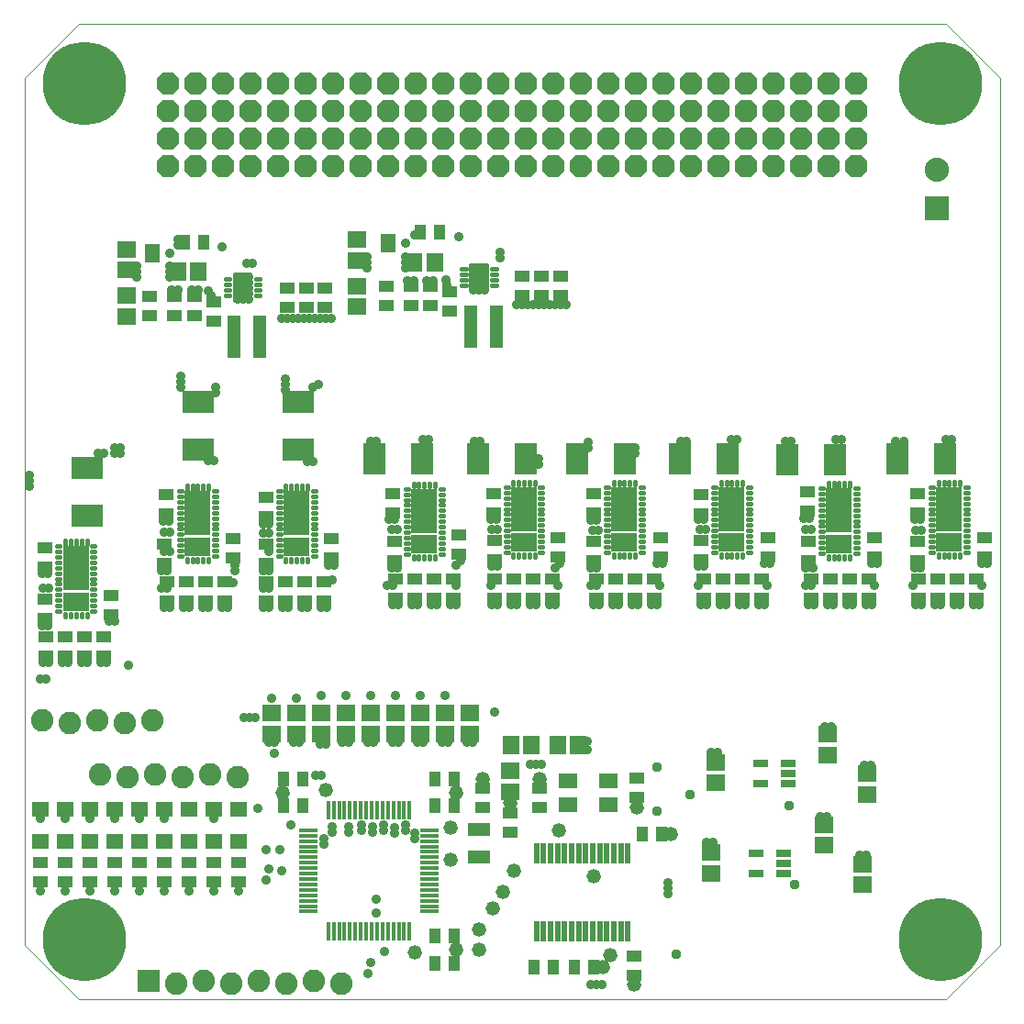
<source format=gts>
G75*
%MOIN*%
%OFA0B0*%
%FSLAX25Y25*%
%IPPOS*%
%LPD*%
%AMOC8*
5,1,8,0,0,1.08239X$1,22.5*
%
%ADD10OC8,0.08200*%
%ADD11R,0.05524X0.03950*%
%ADD12R,0.11430X0.07887*%
%ADD13C,0.01745*%
%ADD14R,0.09658X0.06761*%
%ADD15R,0.09658X0.15902*%
%ADD16R,0.07887X0.11430*%
%ADD17R,0.05918X0.06706*%
%ADD18R,0.04600X0.15400*%
%ADD19C,0.00568*%
%ADD20R,0.01784X0.06902*%
%ADD21R,0.06902X0.01784*%
%ADD22R,0.02375X0.07690*%
%ADD23R,0.07887X0.04737*%
%ADD24R,0.03950X0.05524*%
%ADD25C,0.05200*%
%ADD26R,0.07099X0.05721*%
%ADD27R,0.04737X0.01784*%
%ADD28R,0.01784X0.04737*%
%ADD29R,0.08200X0.08200*%
%ADD30C,0.08200*%
%ADD31R,0.06706X0.05918*%
%ADD32R,0.05524X0.02965*%
%ADD33R,0.05800X0.03300*%
%ADD34R,0.08800X0.08800*%
%ADD35C,0.08800*%
%ADD36R,0.06312X0.05524*%
%ADD37C,0.00000*%
%ADD38C,0.30328*%
%ADD39C,0.03581*%
%ADD40C,0.03778*%
D10*
X0063100Y0314178D03*
X0073100Y0314178D03*
X0083100Y0314178D03*
X0093100Y0314178D03*
X0103100Y0314178D03*
X0113100Y0314178D03*
X0123100Y0314178D03*
X0133100Y0314178D03*
X0143100Y0314178D03*
X0153100Y0314178D03*
X0163100Y0314178D03*
X0173100Y0314178D03*
X0183100Y0314178D03*
X0193100Y0314178D03*
X0203100Y0314178D03*
X0213100Y0314178D03*
X0223100Y0314178D03*
X0233100Y0314178D03*
X0243100Y0314178D03*
X0253100Y0314178D03*
X0263100Y0314178D03*
X0273100Y0314178D03*
X0283100Y0314178D03*
X0293100Y0314178D03*
X0303100Y0314178D03*
X0313100Y0314178D03*
X0313100Y0324178D03*
X0303100Y0324178D03*
X0303100Y0334178D03*
X0313100Y0334178D03*
X0313100Y0344178D03*
X0303100Y0344178D03*
X0293100Y0344178D03*
X0293100Y0334178D03*
X0293100Y0324178D03*
X0283100Y0324178D03*
X0273100Y0324178D03*
X0273100Y0334178D03*
X0283100Y0334178D03*
X0283100Y0344178D03*
X0273100Y0344178D03*
X0263100Y0344178D03*
X0253100Y0344178D03*
X0253100Y0334178D03*
X0253100Y0324178D03*
X0263100Y0324178D03*
X0263100Y0334178D03*
X0243100Y0334178D03*
X0243100Y0324178D03*
X0233100Y0324178D03*
X0223100Y0324178D03*
X0223100Y0334178D03*
X0233100Y0334178D03*
X0233100Y0344178D03*
X0223100Y0344178D03*
X0213100Y0344178D03*
X0203100Y0344178D03*
X0203100Y0334178D03*
X0203100Y0324178D03*
X0213100Y0324178D03*
X0213100Y0334178D03*
X0193100Y0334178D03*
X0193100Y0324178D03*
X0183100Y0324178D03*
X0173100Y0324178D03*
X0173100Y0334178D03*
X0183100Y0334178D03*
X0183100Y0344178D03*
X0173100Y0344178D03*
X0163100Y0344178D03*
X0163100Y0334178D03*
X0163100Y0324178D03*
X0153100Y0324178D03*
X0143100Y0324178D03*
X0143100Y0334178D03*
X0153100Y0334178D03*
X0153100Y0344178D03*
X0143100Y0344178D03*
X0133100Y0344178D03*
X0123100Y0344178D03*
X0123100Y0334178D03*
X0123100Y0324178D03*
X0133100Y0324178D03*
X0133100Y0334178D03*
X0113100Y0334178D03*
X0113100Y0324178D03*
X0103100Y0324178D03*
X0093100Y0324178D03*
X0093100Y0334178D03*
X0103100Y0334178D03*
X0103100Y0344178D03*
X0093100Y0344178D03*
X0083100Y0344178D03*
X0073100Y0344178D03*
X0073100Y0334178D03*
X0073100Y0324178D03*
X0083100Y0324178D03*
X0083100Y0334178D03*
X0063100Y0334178D03*
X0063100Y0324178D03*
X0063100Y0344178D03*
X0113100Y0344178D03*
X0193100Y0344178D03*
X0243100Y0344178D03*
D11*
X0205900Y0274410D03*
X0205900Y0267323D03*
X0198900Y0267323D03*
X0191900Y0267323D03*
X0191900Y0274410D03*
X0198900Y0274410D03*
X0165500Y0268610D03*
X0165500Y0261523D03*
X0158400Y0263523D03*
X0158400Y0270610D03*
X0151300Y0270610D03*
X0151300Y0263523D03*
X0142300Y0263523D03*
X0142300Y0270610D03*
X0120100Y0270010D03*
X0113300Y0270010D03*
X0106500Y0270010D03*
X0106500Y0262923D03*
X0113300Y0262923D03*
X0120100Y0262923D03*
X0079900Y0265010D03*
X0072800Y0267010D03*
X0072800Y0259923D03*
X0079900Y0257923D03*
X0065500Y0259923D03*
X0065500Y0267010D03*
X0056500Y0267010D03*
X0056500Y0259923D03*
X0062320Y0194915D03*
X0062320Y0187829D03*
X0061900Y0176910D03*
X0061900Y0169823D03*
X0062900Y0163410D03*
X0069900Y0163410D03*
X0076900Y0163410D03*
X0083900Y0163410D03*
X0083900Y0156323D03*
X0076900Y0156323D03*
X0069900Y0156323D03*
X0062900Y0156323D03*
X0042400Y0158410D03*
X0042400Y0151323D03*
X0039900Y0143410D03*
X0032900Y0143410D03*
X0025900Y0143410D03*
X0018900Y0143410D03*
X0018400Y0149823D03*
X0018400Y0156910D03*
X0018520Y0168629D03*
X0018520Y0175715D03*
X0018900Y0136323D03*
X0025900Y0136323D03*
X0032900Y0136323D03*
X0039900Y0136323D03*
X0086700Y0171823D03*
X0086700Y0178910D03*
X0098900Y0176910D03*
X0098900Y0169823D03*
X0098900Y0163410D03*
X0105900Y0163410D03*
X0112900Y0163410D03*
X0119900Y0163410D03*
X0119900Y0156323D03*
X0112900Y0156323D03*
X0105900Y0156323D03*
X0098900Y0156323D03*
X0122300Y0171823D03*
X0122300Y0178910D03*
X0145400Y0177910D03*
X0145400Y0170823D03*
X0145900Y0164410D03*
X0152900Y0164410D03*
X0159900Y0164410D03*
X0166900Y0164410D03*
X0166900Y0157323D03*
X0159900Y0157323D03*
X0152900Y0157323D03*
X0145900Y0157323D03*
X0168700Y0173323D03*
X0168700Y0180410D03*
X0181900Y0178410D03*
X0181900Y0171323D03*
X0181900Y0164410D03*
X0188900Y0164410D03*
X0195900Y0164410D03*
X0202900Y0164410D03*
X0202900Y0157323D03*
X0195900Y0157323D03*
X0188900Y0157323D03*
X0181900Y0157323D03*
X0204600Y0172323D03*
X0204600Y0179410D03*
X0217900Y0177910D03*
X0217900Y0170823D03*
X0218900Y0164410D03*
X0225900Y0164410D03*
X0232900Y0164410D03*
X0239900Y0164410D03*
X0239900Y0157323D03*
X0232900Y0157323D03*
X0225900Y0157323D03*
X0218900Y0157323D03*
X0242000Y0172323D03*
X0242000Y0179410D03*
X0256900Y0178410D03*
X0256900Y0171323D03*
X0257900Y0164410D03*
X0264900Y0164410D03*
X0271900Y0164410D03*
X0278900Y0164410D03*
X0278900Y0157323D03*
X0271900Y0157323D03*
X0264900Y0157323D03*
X0257900Y0157323D03*
X0281000Y0172323D03*
X0281000Y0179410D03*
X0295900Y0177910D03*
X0295900Y0170823D03*
X0296900Y0164410D03*
X0303900Y0164410D03*
X0310900Y0164410D03*
X0317900Y0164410D03*
X0317900Y0157323D03*
X0310900Y0157323D03*
X0303900Y0157323D03*
X0296900Y0157323D03*
X0319800Y0172323D03*
X0319800Y0179410D03*
X0335400Y0177910D03*
X0335400Y0170823D03*
X0335900Y0164410D03*
X0342900Y0164410D03*
X0349900Y0164410D03*
X0356900Y0164410D03*
X0356900Y0157323D03*
X0349900Y0157323D03*
X0342900Y0157323D03*
X0335900Y0157323D03*
X0359900Y0172323D03*
X0359900Y0179410D03*
X0335500Y0188323D03*
X0335500Y0195410D03*
X0295400Y0195910D03*
X0295400Y0188823D03*
X0256900Y0187823D03*
X0256900Y0194910D03*
X0217900Y0195410D03*
X0217900Y0188323D03*
X0181300Y0188323D03*
X0181300Y0195410D03*
X0144900Y0195410D03*
X0144900Y0188323D03*
X0098720Y0186829D03*
X0098720Y0193915D03*
X0177439Y0088306D03*
X0177439Y0081219D03*
X0187281Y0079448D03*
X0187281Y0072361D03*
X0198108Y0081219D03*
X0198108Y0088306D03*
X0233541Y0084822D03*
X0233541Y0091908D03*
X0232557Y0027440D03*
X0232557Y0020353D03*
X0088900Y0054323D03*
X0088900Y0061410D03*
X0079900Y0061410D03*
X0079900Y0054323D03*
X0070900Y0054323D03*
X0070900Y0061410D03*
X0061900Y0061410D03*
X0061900Y0054323D03*
X0052900Y0054323D03*
X0052900Y0061410D03*
X0043900Y0061410D03*
X0043900Y0054323D03*
X0034900Y0054323D03*
X0034900Y0061410D03*
X0025900Y0061410D03*
X0025900Y0054323D03*
X0016900Y0054323D03*
X0016900Y0061410D03*
D12*
X0033700Y0187238D03*
X0033700Y0204561D03*
X0074100Y0211238D03*
X0074100Y0228561D03*
X0110500Y0228561D03*
X0110500Y0211238D03*
D13*
X0109800Y0198168D02*
X0109800Y0197144D01*
X0109800Y0198168D02*
X0109800Y0198168D01*
X0109800Y0197144D01*
X0109800Y0197144D01*
X0107831Y0197144D02*
X0107831Y0198168D01*
X0107831Y0198168D01*
X0107831Y0197144D01*
X0107831Y0197144D01*
X0105863Y0197144D02*
X0105863Y0198168D01*
X0105863Y0198168D01*
X0105863Y0197144D01*
X0105863Y0197144D01*
X0104013Y0196278D02*
X0102989Y0196278D01*
X0104013Y0196278D02*
X0104013Y0196278D01*
X0102989Y0196278D01*
X0102989Y0196278D01*
X0102989Y0194309D02*
X0104013Y0194309D01*
X0104013Y0194309D01*
X0102989Y0194309D01*
X0102989Y0194309D01*
X0102989Y0192341D02*
X0104013Y0192341D01*
X0104013Y0192341D01*
X0102989Y0192341D01*
X0102989Y0192341D01*
X0102989Y0190372D02*
X0104013Y0190372D01*
X0104013Y0190372D01*
X0102989Y0190372D01*
X0102989Y0190372D01*
X0102989Y0188404D02*
X0104013Y0188404D01*
X0104013Y0188404D01*
X0102989Y0188404D01*
X0102989Y0188404D01*
X0102989Y0186435D02*
X0104013Y0186435D01*
X0104013Y0186435D01*
X0102989Y0186435D01*
X0102989Y0186435D01*
X0102989Y0184467D02*
X0104013Y0184467D01*
X0104013Y0184467D01*
X0102989Y0184467D01*
X0102989Y0184467D01*
X0102989Y0182498D02*
X0104013Y0182498D01*
X0104013Y0182498D01*
X0102989Y0182498D01*
X0102989Y0182498D01*
X0102989Y0180530D02*
X0104013Y0180530D01*
X0104013Y0180530D01*
X0102989Y0180530D01*
X0102989Y0180530D01*
X0102989Y0178561D02*
X0104013Y0178561D01*
X0104013Y0178561D01*
X0102989Y0178561D01*
X0102989Y0178561D01*
X0102989Y0176593D02*
X0104013Y0176593D01*
X0104013Y0176593D01*
X0102989Y0176593D01*
X0102989Y0176593D01*
X0102989Y0174624D02*
X0104013Y0174624D01*
X0104013Y0174624D01*
X0102989Y0174624D01*
X0102989Y0174624D01*
X0102989Y0172656D02*
X0104013Y0172656D01*
X0104013Y0172656D01*
X0102989Y0172656D01*
X0102989Y0172656D01*
X0105863Y0171790D02*
X0105863Y0170766D01*
X0105863Y0170766D01*
X0105863Y0171790D01*
X0105863Y0171790D01*
X0107831Y0171790D02*
X0107831Y0170766D01*
X0107831Y0170766D01*
X0107831Y0171790D01*
X0107831Y0171790D01*
X0109800Y0171790D02*
X0109800Y0170766D01*
X0109800Y0170766D01*
X0109800Y0171790D01*
X0109800Y0171790D01*
X0111769Y0171790D02*
X0111769Y0170766D01*
X0111769Y0170766D01*
X0111769Y0171790D01*
X0111769Y0171790D01*
X0113737Y0171790D02*
X0113737Y0170766D01*
X0113737Y0170766D01*
X0113737Y0171790D01*
X0113737Y0171790D01*
X0115587Y0172656D02*
X0116611Y0172656D01*
X0115587Y0172656D02*
X0115587Y0172656D01*
X0116611Y0172656D01*
X0116611Y0172656D01*
X0116611Y0174624D02*
X0115587Y0174624D01*
X0115587Y0174624D01*
X0116611Y0174624D01*
X0116611Y0174624D01*
X0116611Y0176593D02*
X0115587Y0176593D01*
X0115587Y0176593D01*
X0116611Y0176593D01*
X0116611Y0176593D01*
X0116611Y0178561D02*
X0115587Y0178561D01*
X0115587Y0178561D01*
X0116611Y0178561D01*
X0116611Y0178561D01*
X0116611Y0180530D02*
X0115587Y0180530D01*
X0115587Y0180530D01*
X0116611Y0180530D01*
X0116611Y0180530D01*
X0116611Y0182498D02*
X0115587Y0182498D01*
X0115587Y0182498D01*
X0116611Y0182498D01*
X0116611Y0182498D01*
X0116611Y0184467D02*
X0115587Y0184467D01*
X0115587Y0184467D01*
X0116611Y0184467D01*
X0116611Y0184467D01*
X0116611Y0186435D02*
X0115587Y0186435D01*
X0115587Y0186435D01*
X0116611Y0186435D01*
X0116611Y0186435D01*
X0116611Y0188404D02*
X0115587Y0188404D01*
X0115587Y0188404D01*
X0116611Y0188404D01*
X0116611Y0188404D01*
X0116611Y0190372D02*
X0115587Y0190372D01*
X0115587Y0190372D01*
X0116611Y0190372D01*
X0116611Y0190372D01*
X0116611Y0192341D02*
X0115587Y0192341D01*
X0115587Y0192341D01*
X0116611Y0192341D01*
X0116611Y0192341D01*
X0116611Y0194309D02*
X0115587Y0194309D01*
X0115587Y0194309D01*
X0116611Y0194309D01*
X0116611Y0194309D01*
X0116611Y0196278D02*
X0115587Y0196278D01*
X0115587Y0196278D01*
X0116611Y0196278D01*
X0116611Y0196278D01*
X0113737Y0197144D02*
X0113737Y0198168D01*
X0113737Y0198168D01*
X0113737Y0197144D01*
X0113737Y0197144D01*
X0111769Y0197144D02*
X0111769Y0198168D01*
X0111769Y0198168D01*
X0111769Y0197144D01*
X0111769Y0197144D01*
X0080711Y0196278D02*
X0079687Y0196278D01*
X0079687Y0196278D01*
X0080711Y0196278D01*
X0080711Y0196278D01*
X0080711Y0194309D02*
X0079687Y0194309D01*
X0079687Y0194309D01*
X0080711Y0194309D01*
X0080711Y0194309D01*
X0080711Y0192341D02*
X0079687Y0192341D01*
X0079687Y0192341D01*
X0080711Y0192341D01*
X0080711Y0192341D01*
X0080711Y0190372D02*
X0079687Y0190372D01*
X0079687Y0190372D01*
X0080711Y0190372D01*
X0080711Y0190372D01*
X0080711Y0188404D02*
X0079687Y0188404D01*
X0079687Y0188404D01*
X0080711Y0188404D01*
X0080711Y0188404D01*
X0080711Y0186435D02*
X0079687Y0186435D01*
X0079687Y0186435D01*
X0080711Y0186435D01*
X0080711Y0186435D01*
X0080711Y0184467D02*
X0079687Y0184467D01*
X0079687Y0184467D01*
X0080711Y0184467D01*
X0080711Y0184467D01*
X0080711Y0182498D02*
X0079687Y0182498D01*
X0079687Y0182498D01*
X0080711Y0182498D01*
X0080711Y0182498D01*
X0080711Y0180530D02*
X0079687Y0180530D01*
X0079687Y0180530D01*
X0080711Y0180530D01*
X0080711Y0180530D01*
X0080711Y0178561D02*
X0079687Y0178561D01*
X0079687Y0178561D01*
X0080711Y0178561D01*
X0080711Y0178561D01*
X0080711Y0176593D02*
X0079687Y0176593D01*
X0079687Y0176593D01*
X0080711Y0176593D01*
X0080711Y0176593D01*
X0080711Y0174624D02*
X0079687Y0174624D01*
X0079687Y0174624D01*
X0080711Y0174624D01*
X0080711Y0174624D01*
X0080711Y0172656D02*
X0079687Y0172656D01*
X0079687Y0172656D01*
X0080711Y0172656D01*
X0080711Y0172656D01*
X0077837Y0171790D02*
X0077837Y0170766D01*
X0077837Y0170766D01*
X0077837Y0171790D01*
X0077837Y0171790D01*
X0075869Y0171790D02*
X0075869Y0170766D01*
X0075869Y0170766D01*
X0075869Y0171790D01*
X0075869Y0171790D01*
X0073900Y0171790D02*
X0073900Y0170766D01*
X0073900Y0170766D01*
X0073900Y0171790D01*
X0073900Y0171790D01*
X0071931Y0171790D02*
X0071931Y0170766D01*
X0071931Y0170766D01*
X0071931Y0171790D01*
X0071931Y0171790D01*
X0069963Y0171790D02*
X0069963Y0170766D01*
X0069963Y0170766D01*
X0069963Y0171790D01*
X0069963Y0171790D01*
X0068113Y0172656D02*
X0067089Y0172656D01*
X0068113Y0172656D02*
X0068113Y0172656D01*
X0067089Y0172656D01*
X0067089Y0172656D01*
X0067089Y0174624D02*
X0068113Y0174624D01*
X0068113Y0174624D01*
X0067089Y0174624D01*
X0067089Y0174624D01*
X0067089Y0176593D02*
X0068113Y0176593D01*
X0068113Y0176593D01*
X0067089Y0176593D01*
X0067089Y0176593D01*
X0067089Y0178561D02*
X0068113Y0178561D01*
X0068113Y0178561D01*
X0067089Y0178561D01*
X0067089Y0178561D01*
X0067089Y0180530D02*
X0068113Y0180530D01*
X0068113Y0180530D01*
X0067089Y0180530D01*
X0067089Y0180530D01*
X0067089Y0182498D02*
X0068113Y0182498D01*
X0068113Y0182498D01*
X0067089Y0182498D01*
X0067089Y0182498D01*
X0067089Y0184467D02*
X0068113Y0184467D01*
X0068113Y0184467D01*
X0067089Y0184467D01*
X0067089Y0184467D01*
X0067089Y0186435D02*
X0068113Y0186435D01*
X0068113Y0186435D01*
X0067089Y0186435D01*
X0067089Y0186435D01*
X0067089Y0188404D02*
X0068113Y0188404D01*
X0068113Y0188404D01*
X0067089Y0188404D01*
X0067089Y0188404D01*
X0067089Y0190372D02*
X0068113Y0190372D01*
X0068113Y0190372D01*
X0067089Y0190372D01*
X0067089Y0190372D01*
X0067089Y0192341D02*
X0068113Y0192341D01*
X0068113Y0192341D01*
X0067089Y0192341D01*
X0067089Y0192341D01*
X0067089Y0194309D02*
X0068113Y0194309D01*
X0068113Y0194309D01*
X0067089Y0194309D01*
X0067089Y0194309D01*
X0067089Y0196278D02*
X0068113Y0196278D01*
X0068113Y0196278D01*
X0067089Y0196278D01*
X0067089Y0196278D01*
X0069963Y0197144D02*
X0069963Y0198168D01*
X0069963Y0198168D01*
X0069963Y0197144D01*
X0069963Y0197144D01*
X0071931Y0197144D02*
X0071931Y0198168D01*
X0071931Y0198168D01*
X0071931Y0197144D01*
X0071931Y0197144D01*
X0073900Y0197144D02*
X0073900Y0198168D01*
X0073900Y0198168D01*
X0073900Y0197144D01*
X0073900Y0197144D01*
X0075869Y0197144D02*
X0075869Y0198168D01*
X0075869Y0198168D01*
X0075869Y0197144D01*
X0075869Y0197144D01*
X0077837Y0197144D02*
X0077837Y0198168D01*
X0077837Y0198168D01*
X0077837Y0197144D01*
X0077837Y0197144D01*
X0036511Y0176278D02*
X0035487Y0176278D01*
X0035487Y0176278D01*
X0036511Y0176278D01*
X0036511Y0176278D01*
X0036511Y0174309D02*
X0035487Y0174309D01*
X0035487Y0174309D01*
X0036511Y0174309D01*
X0036511Y0174309D01*
X0036511Y0172341D02*
X0035487Y0172341D01*
X0035487Y0172341D01*
X0036511Y0172341D01*
X0036511Y0172341D01*
X0036511Y0170372D02*
X0035487Y0170372D01*
X0035487Y0170372D01*
X0036511Y0170372D01*
X0036511Y0170372D01*
X0036511Y0168404D02*
X0035487Y0168404D01*
X0035487Y0168404D01*
X0036511Y0168404D01*
X0036511Y0168404D01*
X0036511Y0166435D02*
X0035487Y0166435D01*
X0035487Y0166435D01*
X0036511Y0166435D01*
X0036511Y0166435D01*
X0036511Y0164467D02*
X0035487Y0164467D01*
X0035487Y0164467D01*
X0036511Y0164467D01*
X0036511Y0164467D01*
X0036511Y0162498D02*
X0035487Y0162498D01*
X0035487Y0162498D01*
X0036511Y0162498D01*
X0036511Y0162498D01*
X0036511Y0160530D02*
X0035487Y0160530D01*
X0035487Y0160530D01*
X0036511Y0160530D01*
X0036511Y0160530D01*
X0036511Y0158561D02*
X0035487Y0158561D01*
X0035487Y0158561D01*
X0036511Y0158561D01*
X0036511Y0158561D01*
X0036511Y0156593D02*
X0035487Y0156593D01*
X0035487Y0156593D01*
X0036511Y0156593D01*
X0036511Y0156593D01*
X0036511Y0154624D02*
X0035487Y0154624D01*
X0035487Y0154624D01*
X0036511Y0154624D01*
X0036511Y0154624D01*
X0036511Y0152656D02*
X0035487Y0152656D01*
X0035487Y0152656D01*
X0036511Y0152656D01*
X0036511Y0152656D01*
X0033637Y0151790D02*
X0033637Y0150766D01*
X0033637Y0150766D01*
X0033637Y0151790D01*
X0033637Y0151790D01*
X0031669Y0151790D02*
X0031669Y0150766D01*
X0031669Y0150766D01*
X0031669Y0151790D01*
X0031669Y0151790D01*
X0029700Y0151790D02*
X0029700Y0150766D01*
X0029700Y0150766D01*
X0029700Y0151790D01*
X0029700Y0151790D01*
X0027731Y0151790D02*
X0027731Y0150766D01*
X0027731Y0150766D01*
X0027731Y0151790D01*
X0027731Y0151790D01*
X0025763Y0151790D02*
X0025763Y0150766D01*
X0025763Y0150766D01*
X0025763Y0151790D01*
X0025763Y0151790D01*
X0023913Y0152656D02*
X0022889Y0152656D01*
X0023913Y0152656D02*
X0023913Y0152656D01*
X0022889Y0152656D01*
X0022889Y0152656D01*
X0022889Y0154624D02*
X0023913Y0154624D01*
X0023913Y0154624D01*
X0022889Y0154624D01*
X0022889Y0154624D01*
X0022889Y0156593D02*
X0023913Y0156593D01*
X0023913Y0156593D01*
X0022889Y0156593D01*
X0022889Y0156593D01*
X0022889Y0158561D02*
X0023913Y0158561D01*
X0023913Y0158561D01*
X0022889Y0158561D01*
X0022889Y0158561D01*
X0022889Y0160530D02*
X0023913Y0160530D01*
X0023913Y0160530D01*
X0022889Y0160530D01*
X0022889Y0160530D01*
X0022889Y0162498D02*
X0023913Y0162498D01*
X0023913Y0162498D01*
X0022889Y0162498D01*
X0022889Y0162498D01*
X0022889Y0164467D02*
X0023913Y0164467D01*
X0023913Y0164467D01*
X0022889Y0164467D01*
X0022889Y0164467D01*
X0022889Y0166435D02*
X0023913Y0166435D01*
X0023913Y0166435D01*
X0022889Y0166435D01*
X0022889Y0166435D01*
X0022889Y0168404D02*
X0023913Y0168404D01*
X0023913Y0168404D01*
X0022889Y0168404D01*
X0022889Y0168404D01*
X0022889Y0170372D02*
X0023913Y0170372D01*
X0023913Y0170372D01*
X0022889Y0170372D01*
X0022889Y0170372D01*
X0022889Y0172341D02*
X0023913Y0172341D01*
X0023913Y0172341D01*
X0022889Y0172341D01*
X0022889Y0172341D01*
X0022889Y0174309D02*
X0023913Y0174309D01*
X0023913Y0174309D01*
X0022889Y0174309D01*
X0022889Y0174309D01*
X0022889Y0176278D02*
X0023913Y0176278D01*
X0023913Y0176278D01*
X0022889Y0176278D01*
X0022889Y0176278D01*
X0025763Y0177144D02*
X0025763Y0178168D01*
X0025763Y0178168D01*
X0025763Y0177144D01*
X0025763Y0177144D01*
X0027731Y0177144D02*
X0027731Y0178168D01*
X0027731Y0178168D01*
X0027731Y0177144D01*
X0027731Y0177144D01*
X0029700Y0177144D02*
X0029700Y0178168D01*
X0029700Y0178168D01*
X0029700Y0177144D01*
X0029700Y0177144D01*
X0031669Y0177144D02*
X0031669Y0178168D01*
X0031669Y0178168D01*
X0031669Y0177144D01*
X0031669Y0177144D01*
X0033637Y0177144D02*
X0033637Y0178168D01*
X0033637Y0178168D01*
X0033637Y0177144D01*
X0033637Y0177144D01*
X0084079Y0267314D02*
X0085497Y0267314D01*
X0085497Y0267314D01*
X0084079Y0267314D01*
X0084079Y0267314D01*
X0084079Y0269282D02*
X0085497Y0269282D01*
X0085497Y0269282D01*
X0084079Y0269282D01*
X0084079Y0269282D01*
X0084079Y0271251D02*
X0085497Y0271251D01*
X0085497Y0271251D01*
X0084079Y0271251D01*
X0084079Y0271251D01*
X0084079Y0273219D02*
X0085497Y0273219D01*
X0085497Y0273219D01*
X0084079Y0273219D01*
X0084079Y0273219D01*
X0095103Y0273219D02*
X0096521Y0273219D01*
X0095103Y0273219D02*
X0095103Y0273219D01*
X0096521Y0273219D01*
X0096521Y0273219D01*
X0096521Y0271251D02*
X0095103Y0271251D01*
X0095103Y0271251D01*
X0096521Y0271251D01*
X0096521Y0271251D01*
X0096521Y0269282D02*
X0095103Y0269282D01*
X0095103Y0269282D01*
X0096521Y0269282D01*
X0096521Y0269282D01*
X0096521Y0267314D02*
X0095103Y0267314D01*
X0095103Y0267314D01*
X0096521Y0267314D01*
X0096521Y0267314D01*
X0152263Y0198968D02*
X0152263Y0197944D01*
X0152263Y0198968D02*
X0152263Y0198968D01*
X0152263Y0197944D01*
X0152263Y0197944D01*
X0154231Y0197944D02*
X0154231Y0198968D01*
X0154231Y0198968D01*
X0154231Y0197944D01*
X0154231Y0197944D01*
X0156200Y0197944D02*
X0156200Y0198968D01*
X0156200Y0198968D01*
X0156200Y0197944D01*
X0156200Y0197944D01*
X0158169Y0197944D02*
X0158169Y0198968D01*
X0158169Y0198968D01*
X0158169Y0197944D01*
X0158169Y0197944D01*
X0160137Y0197944D02*
X0160137Y0198968D01*
X0160137Y0198968D01*
X0160137Y0197944D01*
X0160137Y0197944D01*
X0161987Y0197078D02*
X0163011Y0197078D01*
X0161987Y0197078D02*
X0161987Y0197078D01*
X0163011Y0197078D01*
X0163011Y0197078D01*
X0163011Y0195109D02*
X0161987Y0195109D01*
X0161987Y0195109D01*
X0163011Y0195109D01*
X0163011Y0195109D01*
X0163011Y0193141D02*
X0161987Y0193141D01*
X0161987Y0193141D01*
X0163011Y0193141D01*
X0163011Y0193141D01*
X0163011Y0191172D02*
X0161987Y0191172D01*
X0161987Y0191172D01*
X0163011Y0191172D01*
X0163011Y0191172D01*
X0163011Y0189204D02*
X0161987Y0189204D01*
X0161987Y0189204D01*
X0163011Y0189204D01*
X0163011Y0189204D01*
X0163011Y0187235D02*
X0161987Y0187235D01*
X0161987Y0187235D01*
X0163011Y0187235D01*
X0163011Y0187235D01*
X0163011Y0185267D02*
X0161987Y0185267D01*
X0161987Y0185267D01*
X0163011Y0185267D01*
X0163011Y0185267D01*
X0163011Y0183298D02*
X0161987Y0183298D01*
X0161987Y0183298D01*
X0163011Y0183298D01*
X0163011Y0183298D01*
X0163011Y0181330D02*
X0161987Y0181330D01*
X0161987Y0181330D01*
X0163011Y0181330D01*
X0163011Y0181330D01*
X0163011Y0179361D02*
X0161987Y0179361D01*
X0161987Y0179361D01*
X0163011Y0179361D01*
X0163011Y0179361D01*
X0163011Y0177393D02*
X0161987Y0177393D01*
X0161987Y0177393D01*
X0163011Y0177393D01*
X0163011Y0177393D01*
X0163011Y0175424D02*
X0161987Y0175424D01*
X0161987Y0175424D01*
X0163011Y0175424D01*
X0163011Y0175424D01*
X0163011Y0173456D02*
X0161987Y0173456D01*
X0161987Y0173456D01*
X0163011Y0173456D01*
X0163011Y0173456D01*
X0160137Y0172590D02*
X0160137Y0171566D01*
X0160137Y0171566D01*
X0160137Y0172590D01*
X0160137Y0172590D01*
X0158169Y0172590D02*
X0158169Y0171566D01*
X0158169Y0171566D01*
X0158169Y0172590D01*
X0158169Y0172590D01*
X0156200Y0172590D02*
X0156200Y0171566D01*
X0156200Y0171566D01*
X0156200Y0172590D01*
X0156200Y0172590D01*
X0154231Y0172590D02*
X0154231Y0171566D01*
X0154231Y0171566D01*
X0154231Y0172590D01*
X0154231Y0172590D01*
X0152263Y0172590D02*
X0152263Y0171566D01*
X0152263Y0171566D01*
X0152263Y0172590D01*
X0152263Y0172590D01*
X0150413Y0173456D02*
X0149389Y0173456D01*
X0150413Y0173456D02*
X0150413Y0173456D01*
X0149389Y0173456D01*
X0149389Y0173456D01*
X0149389Y0175424D02*
X0150413Y0175424D01*
X0150413Y0175424D01*
X0149389Y0175424D01*
X0149389Y0175424D01*
X0149389Y0177393D02*
X0150413Y0177393D01*
X0150413Y0177393D01*
X0149389Y0177393D01*
X0149389Y0177393D01*
X0149389Y0179361D02*
X0150413Y0179361D01*
X0150413Y0179361D01*
X0149389Y0179361D01*
X0149389Y0179361D01*
X0149389Y0181330D02*
X0150413Y0181330D01*
X0150413Y0181330D01*
X0149389Y0181330D01*
X0149389Y0181330D01*
X0149389Y0183298D02*
X0150413Y0183298D01*
X0150413Y0183298D01*
X0149389Y0183298D01*
X0149389Y0183298D01*
X0149389Y0185267D02*
X0150413Y0185267D01*
X0150413Y0185267D01*
X0149389Y0185267D01*
X0149389Y0185267D01*
X0149389Y0187235D02*
X0150413Y0187235D01*
X0150413Y0187235D01*
X0149389Y0187235D01*
X0149389Y0187235D01*
X0149389Y0189204D02*
X0150413Y0189204D01*
X0150413Y0189204D01*
X0149389Y0189204D01*
X0149389Y0189204D01*
X0149389Y0191172D02*
X0150413Y0191172D01*
X0150413Y0191172D01*
X0149389Y0191172D01*
X0149389Y0191172D01*
X0149389Y0193141D02*
X0150413Y0193141D01*
X0150413Y0193141D01*
X0149389Y0193141D01*
X0149389Y0193141D01*
X0149389Y0195109D02*
X0150413Y0195109D01*
X0150413Y0195109D01*
X0149389Y0195109D01*
X0149389Y0195109D01*
X0149389Y0197078D02*
X0150413Y0197078D01*
X0150413Y0197078D01*
X0149389Y0197078D01*
X0149389Y0197078D01*
X0185589Y0197678D02*
X0186613Y0197678D01*
X0186613Y0197678D01*
X0185589Y0197678D01*
X0185589Y0197678D01*
X0185589Y0195709D02*
X0186613Y0195709D01*
X0186613Y0195709D01*
X0185589Y0195709D01*
X0185589Y0195709D01*
X0185589Y0193741D02*
X0186613Y0193741D01*
X0186613Y0193741D01*
X0185589Y0193741D01*
X0185589Y0193741D01*
X0185589Y0191772D02*
X0186613Y0191772D01*
X0186613Y0191772D01*
X0185589Y0191772D01*
X0185589Y0191772D01*
X0185589Y0189804D02*
X0186613Y0189804D01*
X0186613Y0189804D01*
X0185589Y0189804D01*
X0185589Y0189804D01*
X0185589Y0187835D02*
X0186613Y0187835D01*
X0186613Y0187835D01*
X0185589Y0187835D01*
X0185589Y0187835D01*
X0185589Y0185867D02*
X0186613Y0185867D01*
X0186613Y0185867D01*
X0185589Y0185867D01*
X0185589Y0185867D01*
X0185589Y0183898D02*
X0186613Y0183898D01*
X0186613Y0183898D01*
X0185589Y0183898D01*
X0185589Y0183898D01*
X0185589Y0181930D02*
X0186613Y0181930D01*
X0186613Y0181930D01*
X0185589Y0181930D01*
X0185589Y0181930D01*
X0185589Y0179961D02*
X0186613Y0179961D01*
X0186613Y0179961D01*
X0185589Y0179961D01*
X0185589Y0179961D01*
X0185589Y0177993D02*
X0186613Y0177993D01*
X0186613Y0177993D01*
X0185589Y0177993D01*
X0185589Y0177993D01*
X0185589Y0176024D02*
X0186613Y0176024D01*
X0186613Y0176024D01*
X0185589Y0176024D01*
X0185589Y0176024D01*
X0185589Y0174056D02*
X0186613Y0174056D01*
X0186613Y0174056D01*
X0185589Y0174056D01*
X0185589Y0174056D01*
X0188463Y0173190D02*
X0188463Y0172166D01*
X0188463Y0172166D01*
X0188463Y0173190D01*
X0188463Y0173190D01*
X0190431Y0173190D02*
X0190431Y0172166D01*
X0190431Y0172166D01*
X0190431Y0173190D01*
X0190431Y0173190D01*
X0192400Y0173190D02*
X0192400Y0172166D01*
X0192400Y0172166D01*
X0192400Y0173190D01*
X0192400Y0173190D01*
X0194369Y0173190D02*
X0194369Y0172166D01*
X0194369Y0172166D01*
X0194369Y0173190D01*
X0194369Y0173190D01*
X0196337Y0173190D02*
X0196337Y0172166D01*
X0196337Y0172166D01*
X0196337Y0173190D01*
X0196337Y0173190D01*
X0198187Y0174056D02*
X0199211Y0174056D01*
X0198187Y0174056D02*
X0198187Y0174056D01*
X0199211Y0174056D01*
X0199211Y0174056D01*
X0199211Y0176024D02*
X0198187Y0176024D01*
X0198187Y0176024D01*
X0199211Y0176024D01*
X0199211Y0176024D01*
X0199211Y0177993D02*
X0198187Y0177993D01*
X0198187Y0177993D01*
X0199211Y0177993D01*
X0199211Y0177993D01*
X0199211Y0179961D02*
X0198187Y0179961D01*
X0198187Y0179961D01*
X0199211Y0179961D01*
X0199211Y0179961D01*
X0199211Y0181930D02*
X0198187Y0181930D01*
X0198187Y0181930D01*
X0199211Y0181930D01*
X0199211Y0181930D01*
X0199211Y0183898D02*
X0198187Y0183898D01*
X0198187Y0183898D01*
X0199211Y0183898D01*
X0199211Y0183898D01*
X0199211Y0185867D02*
X0198187Y0185867D01*
X0198187Y0185867D01*
X0199211Y0185867D01*
X0199211Y0185867D01*
X0199211Y0187835D02*
X0198187Y0187835D01*
X0198187Y0187835D01*
X0199211Y0187835D01*
X0199211Y0187835D01*
X0199211Y0189804D02*
X0198187Y0189804D01*
X0198187Y0189804D01*
X0199211Y0189804D01*
X0199211Y0189804D01*
X0199211Y0191772D02*
X0198187Y0191772D01*
X0198187Y0191772D01*
X0199211Y0191772D01*
X0199211Y0191772D01*
X0199211Y0193741D02*
X0198187Y0193741D01*
X0198187Y0193741D01*
X0199211Y0193741D01*
X0199211Y0193741D01*
X0199211Y0195709D02*
X0198187Y0195709D01*
X0198187Y0195709D01*
X0199211Y0195709D01*
X0199211Y0195709D01*
X0199211Y0197678D02*
X0198187Y0197678D01*
X0198187Y0197678D01*
X0199211Y0197678D01*
X0199211Y0197678D01*
X0196337Y0198544D02*
X0196337Y0199568D01*
X0196337Y0199568D01*
X0196337Y0198544D01*
X0196337Y0198544D01*
X0194369Y0198544D02*
X0194369Y0199568D01*
X0194369Y0199568D01*
X0194369Y0198544D01*
X0194369Y0198544D01*
X0192400Y0198544D02*
X0192400Y0199568D01*
X0192400Y0199568D01*
X0192400Y0198544D01*
X0192400Y0198544D01*
X0190431Y0198544D02*
X0190431Y0199568D01*
X0190431Y0199568D01*
X0190431Y0198544D01*
X0190431Y0198544D01*
X0188463Y0198544D02*
X0188463Y0199568D01*
X0188463Y0199568D01*
X0188463Y0198544D01*
X0188463Y0198544D01*
X0222089Y0197678D02*
X0223113Y0197678D01*
X0223113Y0197678D01*
X0222089Y0197678D01*
X0222089Y0197678D01*
X0222089Y0195709D02*
X0223113Y0195709D01*
X0223113Y0195709D01*
X0222089Y0195709D01*
X0222089Y0195709D01*
X0222089Y0193741D02*
X0223113Y0193741D01*
X0223113Y0193741D01*
X0222089Y0193741D01*
X0222089Y0193741D01*
X0222089Y0191772D02*
X0223113Y0191772D01*
X0223113Y0191772D01*
X0222089Y0191772D01*
X0222089Y0191772D01*
X0222089Y0189804D02*
X0223113Y0189804D01*
X0223113Y0189804D01*
X0222089Y0189804D01*
X0222089Y0189804D01*
X0222089Y0187835D02*
X0223113Y0187835D01*
X0223113Y0187835D01*
X0222089Y0187835D01*
X0222089Y0187835D01*
X0222089Y0185867D02*
X0223113Y0185867D01*
X0223113Y0185867D01*
X0222089Y0185867D01*
X0222089Y0185867D01*
X0222089Y0183898D02*
X0223113Y0183898D01*
X0223113Y0183898D01*
X0222089Y0183898D01*
X0222089Y0183898D01*
X0222089Y0181930D02*
X0223113Y0181930D01*
X0223113Y0181930D01*
X0222089Y0181930D01*
X0222089Y0181930D01*
X0222089Y0179961D02*
X0223113Y0179961D01*
X0223113Y0179961D01*
X0222089Y0179961D01*
X0222089Y0179961D01*
X0222089Y0177993D02*
X0223113Y0177993D01*
X0223113Y0177993D01*
X0222089Y0177993D01*
X0222089Y0177993D01*
X0222089Y0176024D02*
X0223113Y0176024D01*
X0223113Y0176024D01*
X0222089Y0176024D01*
X0222089Y0176024D01*
X0222089Y0174056D02*
X0223113Y0174056D01*
X0223113Y0174056D01*
X0222089Y0174056D01*
X0222089Y0174056D01*
X0224963Y0173190D02*
X0224963Y0172166D01*
X0224963Y0172166D01*
X0224963Y0173190D01*
X0224963Y0173190D01*
X0226931Y0173190D02*
X0226931Y0172166D01*
X0226931Y0172166D01*
X0226931Y0173190D01*
X0226931Y0173190D01*
X0228900Y0173190D02*
X0228900Y0172166D01*
X0228900Y0172166D01*
X0228900Y0173190D01*
X0228900Y0173190D01*
X0230869Y0173190D02*
X0230869Y0172166D01*
X0230869Y0172166D01*
X0230869Y0173190D01*
X0230869Y0173190D01*
X0232837Y0173190D02*
X0232837Y0172166D01*
X0232837Y0172166D01*
X0232837Y0173190D01*
X0232837Y0173190D01*
X0234687Y0174056D02*
X0235711Y0174056D01*
X0234687Y0174056D02*
X0234687Y0174056D01*
X0235711Y0174056D01*
X0235711Y0174056D01*
X0235711Y0176024D02*
X0234687Y0176024D01*
X0234687Y0176024D01*
X0235711Y0176024D01*
X0235711Y0176024D01*
X0235711Y0177993D02*
X0234687Y0177993D01*
X0234687Y0177993D01*
X0235711Y0177993D01*
X0235711Y0177993D01*
X0235711Y0179961D02*
X0234687Y0179961D01*
X0234687Y0179961D01*
X0235711Y0179961D01*
X0235711Y0179961D01*
X0235711Y0181930D02*
X0234687Y0181930D01*
X0234687Y0181930D01*
X0235711Y0181930D01*
X0235711Y0181930D01*
X0235711Y0183898D02*
X0234687Y0183898D01*
X0234687Y0183898D01*
X0235711Y0183898D01*
X0235711Y0183898D01*
X0235711Y0185867D02*
X0234687Y0185867D01*
X0234687Y0185867D01*
X0235711Y0185867D01*
X0235711Y0185867D01*
X0235711Y0187835D02*
X0234687Y0187835D01*
X0234687Y0187835D01*
X0235711Y0187835D01*
X0235711Y0187835D01*
X0235711Y0189804D02*
X0234687Y0189804D01*
X0234687Y0189804D01*
X0235711Y0189804D01*
X0235711Y0189804D01*
X0235711Y0191772D02*
X0234687Y0191772D01*
X0234687Y0191772D01*
X0235711Y0191772D01*
X0235711Y0191772D01*
X0235711Y0193741D02*
X0234687Y0193741D01*
X0234687Y0193741D01*
X0235711Y0193741D01*
X0235711Y0193741D01*
X0235711Y0195709D02*
X0234687Y0195709D01*
X0234687Y0195709D01*
X0235711Y0195709D01*
X0235711Y0195709D01*
X0235711Y0197678D02*
X0234687Y0197678D01*
X0234687Y0197678D01*
X0235711Y0197678D01*
X0235711Y0197678D01*
X0232837Y0198544D02*
X0232837Y0199568D01*
X0232837Y0199568D01*
X0232837Y0198544D01*
X0232837Y0198544D01*
X0230869Y0198544D02*
X0230869Y0199568D01*
X0230869Y0199568D01*
X0230869Y0198544D01*
X0230869Y0198544D01*
X0228900Y0198544D02*
X0228900Y0199568D01*
X0228900Y0199568D01*
X0228900Y0198544D01*
X0228900Y0198544D01*
X0226931Y0198544D02*
X0226931Y0199568D01*
X0226931Y0199568D01*
X0226931Y0198544D01*
X0226931Y0198544D01*
X0224963Y0198544D02*
X0224963Y0199568D01*
X0224963Y0199568D01*
X0224963Y0198544D01*
X0224963Y0198544D01*
X0261089Y0197678D02*
X0262113Y0197678D01*
X0262113Y0197678D01*
X0261089Y0197678D01*
X0261089Y0197678D01*
X0261089Y0195709D02*
X0262113Y0195709D01*
X0262113Y0195709D01*
X0261089Y0195709D01*
X0261089Y0195709D01*
X0261089Y0193741D02*
X0262113Y0193741D01*
X0262113Y0193741D01*
X0261089Y0193741D01*
X0261089Y0193741D01*
X0261089Y0191772D02*
X0262113Y0191772D01*
X0262113Y0191772D01*
X0261089Y0191772D01*
X0261089Y0191772D01*
X0261089Y0189804D02*
X0262113Y0189804D01*
X0262113Y0189804D01*
X0261089Y0189804D01*
X0261089Y0189804D01*
X0261089Y0187835D02*
X0262113Y0187835D01*
X0262113Y0187835D01*
X0261089Y0187835D01*
X0261089Y0187835D01*
X0261089Y0185867D02*
X0262113Y0185867D01*
X0262113Y0185867D01*
X0261089Y0185867D01*
X0261089Y0185867D01*
X0261089Y0183898D02*
X0262113Y0183898D01*
X0262113Y0183898D01*
X0261089Y0183898D01*
X0261089Y0183898D01*
X0261089Y0181930D02*
X0262113Y0181930D01*
X0262113Y0181930D01*
X0261089Y0181930D01*
X0261089Y0181930D01*
X0261089Y0179961D02*
X0262113Y0179961D01*
X0262113Y0179961D01*
X0261089Y0179961D01*
X0261089Y0179961D01*
X0261089Y0177993D02*
X0262113Y0177993D01*
X0262113Y0177993D01*
X0261089Y0177993D01*
X0261089Y0177993D01*
X0261089Y0176024D02*
X0262113Y0176024D01*
X0262113Y0176024D01*
X0261089Y0176024D01*
X0261089Y0176024D01*
X0261089Y0174056D02*
X0262113Y0174056D01*
X0262113Y0174056D01*
X0261089Y0174056D01*
X0261089Y0174056D01*
X0263963Y0173190D02*
X0263963Y0172166D01*
X0263963Y0172166D01*
X0263963Y0173190D01*
X0263963Y0173190D01*
X0265931Y0173190D02*
X0265931Y0172166D01*
X0265931Y0172166D01*
X0265931Y0173190D01*
X0265931Y0173190D01*
X0267900Y0173190D02*
X0267900Y0172166D01*
X0267900Y0172166D01*
X0267900Y0173190D01*
X0267900Y0173190D01*
X0269869Y0173190D02*
X0269869Y0172166D01*
X0269869Y0172166D01*
X0269869Y0173190D01*
X0269869Y0173190D01*
X0271837Y0173190D02*
X0271837Y0172166D01*
X0271837Y0172166D01*
X0271837Y0173190D01*
X0271837Y0173190D01*
X0273687Y0174056D02*
X0274711Y0174056D01*
X0273687Y0174056D02*
X0273687Y0174056D01*
X0274711Y0174056D01*
X0274711Y0174056D01*
X0274711Y0176024D02*
X0273687Y0176024D01*
X0273687Y0176024D01*
X0274711Y0176024D01*
X0274711Y0176024D01*
X0274711Y0177993D02*
X0273687Y0177993D01*
X0273687Y0177993D01*
X0274711Y0177993D01*
X0274711Y0177993D01*
X0274711Y0179961D02*
X0273687Y0179961D01*
X0273687Y0179961D01*
X0274711Y0179961D01*
X0274711Y0179961D01*
X0274711Y0181930D02*
X0273687Y0181930D01*
X0273687Y0181930D01*
X0274711Y0181930D01*
X0274711Y0181930D01*
X0274711Y0183898D02*
X0273687Y0183898D01*
X0273687Y0183898D01*
X0274711Y0183898D01*
X0274711Y0183898D01*
X0274711Y0185867D02*
X0273687Y0185867D01*
X0273687Y0185867D01*
X0274711Y0185867D01*
X0274711Y0185867D01*
X0274711Y0187835D02*
X0273687Y0187835D01*
X0273687Y0187835D01*
X0274711Y0187835D01*
X0274711Y0187835D01*
X0274711Y0189804D02*
X0273687Y0189804D01*
X0273687Y0189804D01*
X0274711Y0189804D01*
X0274711Y0189804D01*
X0274711Y0191772D02*
X0273687Y0191772D01*
X0273687Y0191772D01*
X0274711Y0191772D01*
X0274711Y0191772D01*
X0274711Y0193741D02*
X0273687Y0193741D01*
X0273687Y0193741D01*
X0274711Y0193741D01*
X0274711Y0193741D01*
X0274711Y0195709D02*
X0273687Y0195709D01*
X0273687Y0195709D01*
X0274711Y0195709D01*
X0274711Y0195709D01*
X0274711Y0197678D02*
X0273687Y0197678D01*
X0273687Y0197678D01*
X0274711Y0197678D01*
X0274711Y0197678D01*
X0271837Y0198544D02*
X0271837Y0199568D01*
X0271837Y0199568D01*
X0271837Y0198544D01*
X0271837Y0198544D01*
X0269869Y0198544D02*
X0269869Y0199568D01*
X0269869Y0199568D01*
X0269869Y0198544D01*
X0269869Y0198544D01*
X0267900Y0198544D02*
X0267900Y0199568D01*
X0267900Y0199568D01*
X0267900Y0198544D01*
X0267900Y0198544D01*
X0265931Y0198544D02*
X0265931Y0199568D01*
X0265931Y0199568D01*
X0265931Y0198544D01*
X0265931Y0198544D01*
X0263963Y0198544D02*
X0263963Y0199568D01*
X0263963Y0199568D01*
X0263963Y0198544D01*
X0263963Y0198544D01*
X0300089Y0197278D02*
X0301113Y0197278D01*
X0301113Y0197278D01*
X0300089Y0197278D01*
X0300089Y0197278D01*
X0300089Y0195309D02*
X0301113Y0195309D01*
X0301113Y0195309D01*
X0300089Y0195309D01*
X0300089Y0195309D01*
X0300089Y0193341D02*
X0301113Y0193341D01*
X0301113Y0193341D01*
X0300089Y0193341D01*
X0300089Y0193341D01*
X0300089Y0191372D02*
X0301113Y0191372D01*
X0301113Y0191372D01*
X0300089Y0191372D01*
X0300089Y0191372D01*
X0300089Y0189404D02*
X0301113Y0189404D01*
X0301113Y0189404D01*
X0300089Y0189404D01*
X0300089Y0189404D01*
X0300089Y0187435D02*
X0301113Y0187435D01*
X0301113Y0187435D01*
X0300089Y0187435D01*
X0300089Y0187435D01*
X0300089Y0185467D02*
X0301113Y0185467D01*
X0301113Y0185467D01*
X0300089Y0185467D01*
X0300089Y0185467D01*
X0300089Y0183498D02*
X0301113Y0183498D01*
X0301113Y0183498D01*
X0300089Y0183498D01*
X0300089Y0183498D01*
X0300089Y0181530D02*
X0301113Y0181530D01*
X0301113Y0181530D01*
X0300089Y0181530D01*
X0300089Y0181530D01*
X0300089Y0179561D02*
X0301113Y0179561D01*
X0301113Y0179561D01*
X0300089Y0179561D01*
X0300089Y0179561D01*
X0300089Y0177593D02*
X0301113Y0177593D01*
X0301113Y0177593D01*
X0300089Y0177593D01*
X0300089Y0177593D01*
X0300089Y0175624D02*
X0301113Y0175624D01*
X0301113Y0175624D01*
X0300089Y0175624D01*
X0300089Y0175624D01*
X0300089Y0173656D02*
X0301113Y0173656D01*
X0301113Y0173656D01*
X0300089Y0173656D01*
X0300089Y0173656D01*
X0302963Y0172790D02*
X0302963Y0171766D01*
X0302963Y0171766D01*
X0302963Y0172790D01*
X0302963Y0172790D01*
X0304931Y0172790D02*
X0304931Y0171766D01*
X0304931Y0171766D01*
X0304931Y0172790D01*
X0304931Y0172790D01*
X0306900Y0172790D02*
X0306900Y0171766D01*
X0306900Y0171766D01*
X0306900Y0172790D01*
X0306900Y0172790D01*
X0308869Y0172790D02*
X0308869Y0171766D01*
X0308869Y0171766D01*
X0308869Y0172790D01*
X0308869Y0172790D01*
X0310837Y0172790D02*
X0310837Y0171766D01*
X0310837Y0171766D01*
X0310837Y0172790D01*
X0310837Y0172790D01*
X0312687Y0173656D02*
X0313711Y0173656D01*
X0312687Y0173656D02*
X0312687Y0173656D01*
X0313711Y0173656D01*
X0313711Y0173656D01*
X0313711Y0175624D02*
X0312687Y0175624D01*
X0312687Y0175624D01*
X0313711Y0175624D01*
X0313711Y0175624D01*
X0313711Y0177593D02*
X0312687Y0177593D01*
X0312687Y0177593D01*
X0313711Y0177593D01*
X0313711Y0177593D01*
X0313711Y0179561D02*
X0312687Y0179561D01*
X0312687Y0179561D01*
X0313711Y0179561D01*
X0313711Y0179561D01*
X0313711Y0181530D02*
X0312687Y0181530D01*
X0312687Y0181530D01*
X0313711Y0181530D01*
X0313711Y0181530D01*
X0313711Y0183498D02*
X0312687Y0183498D01*
X0312687Y0183498D01*
X0313711Y0183498D01*
X0313711Y0183498D01*
X0313711Y0185467D02*
X0312687Y0185467D01*
X0312687Y0185467D01*
X0313711Y0185467D01*
X0313711Y0185467D01*
X0313711Y0187435D02*
X0312687Y0187435D01*
X0312687Y0187435D01*
X0313711Y0187435D01*
X0313711Y0187435D01*
X0313711Y0189404D02*
X0312687Y0189404D01*
X0312687Y0189404D01*
X0313711Y0189404D01*
X0313711Y0189404D01*
X0313711Y0191372D02*
X0312687Y0191372D01*
X0312687Y0191372D01*
X0313711Y0191372D01*
X0313711Y0191372D01*
X0313711Y0193341D02*
X0312687Y0193341D01*
X0312687Y0193341D01*
X0313711Y0193341D01*
X0313711Y0193341D01*
X0313711Y0195309D02*
X0312687Y0195309D01*
X0312687Y0195309D01*
X0313711Y0195309D01*
X0313711Y0195309D01*
X0313711Y0197278D02*
X0312687Y0197278D01*
X0312687Y0197278D01*
X0313711Y0197278D01*
X0313711Y0197278D01*
X0310837Y0198144D02*
X0310837Y0199168D01*
X0310837Y0199168D01*
X0310837Y0198144D01*
X0310837Y0198144D01*
X0308869Y0198144D02*
X0308869Y0199168D01*
X0308869Y0199168D01*
X0308869Y0198144D01*
X0308869Y0198144D01*
X0306900Y0198144D02*
X0306900Y0199168D01*
X0306900Y0199168D01*
X0306900Y0198144D01*
X0306900Y0198144D01*
X0304931Y0198144D02*
X0304931Y0199168D01*
X0304931Y0199168D01*
X0304931Y0198144D01*
X0304931Y0198144D01*
X0302963Y0198144D02*
X0302963Y0199168D01*
X0302963Y0199168D01*
X0302963Y0198144D01*
X0302963Y0198144D01*
X0340089Y0197678D02*
X0341113Y0197678D01*
X0341113Y0197678D01*
X0340089Y0197678D01*
X0340089Y0197678D01*
X0340089Y0195709D02*
X0341113Y0195709D01*
X0341113Y0195709D01*
X0340089Y0195709D01*
X0340089Y0195709D01*
X0340089Y0193741D02*
X0341113Y0193741D01*
X0341113Y0193741D01*
X0340089Y0193741D01*
X0340089Y0193741D01*
X0340089Y0191772D02*
X0341113Y0191772D01*
X0341113Y0191772D01*
X0340089Y0191772D01*
X0340089Y0191772D01*
X0340089Y0189804D02*
X0341113Y0189804D01*
X0341113Y0189804D01*
X0340089Y0189804D01*
X0340089Y0189804D01*
X0340089Y0187835D02*
X0341113Y0187835D01*
X0341113Y0187835D01*
X0340089Y0187835D01*
X0340089Y0187835D01*
X0340089Y0185867D02*
X0341113Y0185867D01*
X0341113Y0185867D01*
X0340089Y0185867D01*
X0340089Y0185867D01*
X0340089Y0183898D02*
X0341113Y0183898D01*
X0341113Y0183898D01*
X0340089Y0183898D01*
X0340089Y0183898D01*
X0340089Y0181930D02*
X0341113Y0181930D01*
X0341113Y0181930D01*
X0340089Y0181930D01*
X0340089Y0181930D01*
X0340089Y0179961D02*
X0341113Y0179961D01*
X0341113Y0179961D01*
X0340089Y0179961D01*
X0340089Y0179961D01*
X0340089Y0177993D02*
X0341113Y0177993D01*
X0341113Y0177993D01*
X0340089Y0177993D01*
X0340089Y0177993D01*
X0340089Y0176024D02*
X0341113Y0176024D01*
X0341113Y0176024D01*
X0340089Y0176024D01*
X0340089Y0176024D01*
X0340089Y0174056D02*
X0341113Y0174056D01*
X0341113Y0174056D01*
X0340089Y0174056D01*
X0340089Y0174056D01*
X0342963Y0173190D02*
X0342963Y0172166D01*
X0342963Y0172166D01*
X0342963Y0173190D01*
X0342963Y0173190D01*
X0344931Y0173190D02*
X0344931Y0172166D01*
X0344931Y0172166D01*
X0344931Y0173190D01*
X0344931Y0173190D01*
X0346900Y0173190D02*
X0346900Y0172166D01*
X0346900Y0172166D01*
X0346900Y0173190D01*
X0346900Y0173190D01*
X0348869Y0173190D02*
X0348869Y0172166D01*
X0348869Y0172166D01*
X0348869Y0173190D01*
X0348869Y0173190D01*
X0350837Y0173190D02*
X0350837Y0172166D01*
X0350837Y0172166D01*
X0350837Y0173190D01*
X0350837Y0173190D01*
X0352687Y0174056D02*
X0353711Y0174056D01*
X0352687Y0174056D02*
X0352687Y0174056D01*
X0353711Y0174056D01*
X0353711Y0174056D01*
X0353711Y0176024D02*
X0352687Y0176024D01*
X0352687Y0176024D01*
X0353711Y0176024D01*
X0353711Y0176024D01*
X0353711Y0177993D02*
X0352687Y0177993D01*
X0352687Y0177993D01*
X0353711Y0177993D01*
X0353711Y0177993D01*
X0353711Y0179961D02*
X0352687Y0179961D01*
X0352687Y0179961D01*
X0353711Y0179961D01*
X0353711Y0179961D01*
X0353711Y0181930D02*
X0352687Y0181930D01*
X0352687Y0181930D01*
X0353711Y0181930D01*
X0353711Y0181930D01*
X0353711Y0183898D02*
X0352687Y0183898D01*
X0352687Y0183898D01*
X0353711Y0183898D01*
X0353711Y0183898D01*
X0353711Y0185867D02*
X0352687Y0185867D01*
X0352687Y0185867D01*
X0353711Y0185867D01*
X0353711Y0185867D01*
X0353711Y0187835D02*
X0352687Y0187835D01*
X0352687Y0187835D01*
X0353711Y0187835D01*
X0353711Y0187835D01*
X0353711Y0189804D02*
X0352687Y0189804D01*
X0352687Y0189804D01*
X0353711Y0189804D01*
X0353711Y0189804D01*
X0353711Y0191772D02*
X0352687Y0191772D01*
X0352687Y0191772D01*
X0353711Y0191772D01*
X0353711Y0191772D01*
X0353711Y0193741D02*
X0352687Y0193741D01*
X0352687Y0193741D01*
X0353711Y0193741D01*
X0353711Y0193741D01*
X0353711Y0195709D02*
X0352687Y0195709D01*
X0352687Y0195709D01*
X0353711Y0195709D01*
X0353711Y0195709D01*
X0353711Y0197678D02*
X0352687Y0197678D01*
X0352687Y0197678D01*
X0353711Y0197678D01*
X0353711Y0197678D01*
X0350837Y0198544D02*
X0350837Y0199568D01*
X0350837Y0199568D01*
X0350837Y0198544D01*
X0350837Y0198544D01*
X0348869Y0198544D02*
X0348869Y0199568D01*
X0348869Y0199568D01*
X0348869Y0198544D01*
X0348869Y0198544D01*
X0346900Y0198544D02*
X0346900Y0199568D01*
X0346900Y0199568D01*
X0346900Y0198544D01*
X0346900Y0198544D01*
X0344931Y0198544D02*
X0344931Y0199568D01*
X0344931Y0199568D01*
X0344931Y0198544D01*
X0344931Y0198544D01*
X0342963Y0198544D02*
X0342963Y0199568D01*
X0342963Y0199568D01*
X0342963Y0198544D01*
X0342963Y0198544D01*
X0182321Y0270914D02*
X0180903Y0270914D01*
X0180903Y0270914D01*
X0182321Y0270914D01*
X0182321Y0270914D01*
X0182321Y0272882D02*
X0180903Y0272882D01*
X0180903Y0272882D01*
X0182321Y0272882D01*
X0182321Y0272882D01*
X0182321Y0274851D02*
X0180903Y0274851D01*
X0180903Y0274851D01*
X0182321Y0274851D01*
X0182321Y0274851D01*
X0182321Y0276819D02*
X0180903Y0276819D01*
X0180903Y0276819D01*
X0182321Y0276819D01*
X0182321Y0276819D01*
X0171297Y0276819D02*
X0169879Y0276819D01*
X0171297Y0276819D02*
X0171297Y0276819D01*
X0169879Y0276819D01*
X0169879Y0276819D01*
X0169879Y0274851D02*
X0171297Y0274851D01*
X0171297Y0274851D01*
X0169879Y0274851D01*
X0169879Y0274851D01*
X0169879Y0272882D02*
X0171297Y0272882D01*
X0171297Y0272882D01*
X0169879Y0272882D01*
X0169879Y0272882D01*
X0169879Y0270914D02*
X0171297Y0270914D01*
X0171297Y0270914D01*
X0169879Y0270914D01*
X0169879Y0270914D01*
D14*
X0156200Y0176928D03*
X0192400Y0177528D03*
X0228900Y0177528D03*
X0267900Y0177528D03*
X0306900Y0177128D03*
X0346900Y0177528D03*
X0109800Y0176128D03*
X0073900Y0176128D03*
X0029700Y0156128D03*
D15*
X0029700Y0168234D03*
X0073900Y0188234D03*
X0109800Y0188234D03*
X0156200Y0189034D03*
X0192400Y0189634D03*
X0228900Y0189634D03*
X0267900Y0189634D03*
X0306900Y0189234D03*
X0346900Y0189634D03*
D16*
X0345528Y0208067D03*
X0328206Y0208067D03*
X0305528Y0207667D03*
X0288206Y0207667D03*
X0266561Y0207867D03*
X0249239Y0207867D03*
X0228928Y0208067D03*
X0211606Y0208067D03*
X0192928Y0208067D03*
X0175606Y0208067D03*
X0155328Y0208067D03*
X0138006Y0208067D03*
D17*
X0074240Y0275867D03*
X0066760Y0275867D03*
X0152560Y0279467D03*
X0160040Y0279467D03*
X0187660Y0103867D03*
X0195140Y0103867D03*
X0204660Y0103867D03*
X0212140Y0103867D03*
D18*
X0096555Y0252267D03*
X0087245Y0252267D03*
X0173045Y0255867D03*
X0182355Y0255867D03*
D19*
X0172835Y0268948D02*
X0172835Y0278786D01*
X0179365Y0278786D01*
X0179365Y0268948D01*
X0172835Y0268948D01*
X0172835Y0269515D02*
X0179365Y0269515D01*
X0179365Y0270082D02*
X0172835Y0270082D01*
X0172835Y0270649D02*
X0179365Y0270649D01*
X0179365Y0271216D02*
X0172835Y0271216D01*
X0172835Y0271783D02*
X0179365Y0271783D01*
X0179365Y0272350D02*
X0172835Y0272350D01*
X0172835Y0272917D02*
X0179365Y0272917D01*
X0179365Y0273484D02*
X0172835Y0273484D01*
X0172835Y0274051D02*
X0179365Y0274051D01*
X0179365Y0274618D02*
X0172835Y0274618D01*
X0172835Y0275185D02*
X0179365Y0275185D01*
X0179365Y0275752D02*
X0172835Y0275752D01*
X0172835Y0276319D02*
X0179365Y0276319D01*
X0179365Y0276886D02*
X0172835Y0276886D01*
X0172835Y0277453D02*
X0179365Y0277453D01*
X0179365Y0278020D02*
X0172835Y0278020D01*
X0172835Y0278587D02*
X0179365Y0278587D01*
X0087035Y0275186D02*
X0087035Y0265348D01*
X0087035Y0275186D02*
X0093565Y0275186D01*
X0093565Y0265348D01*
X0087035Y0265348D01*
X0087035Y0265915D02*
X0093565Y0265915D01*
X0093565Y0266482D02*
X0087035Y0266482D01*
X0087035Y0267049D02*
X0093565Y0267049D01*
X0093565Y0267616D02*
X0087035Y0267616D01*
X0087035Y0268183D02*
X0093565Y0268183D01*
X0093565Y0268750D02*
X0087035Y0268750D01*
X0087035Y0269317D02*
X0093565Y0269317D01*
X0093565Y0269884D02*
X0087035Y0269884D01*
X0087035Y0270451D02*
X0093565Y0270451D01*
X0093565Y0271018D02*
X0087035Y0271018D01*
X0087035Y0271585D02*
X0093565Y0271585D01*
X0093565Y0272152D02*
X0087035Y0272152D01*
X0087035Y0272719D02*
X0093565Y0272719D01*
X0093565Y0273286D02*
X0087035Y0273286D01*
X0087035Y0273853D02*
X0093565Y0273853D01*
X0093565Y0274420D02*
X0087035Y0274420D01*
X0087035Y0274987D02*
X0093565Y0274987D01*
D20*
X0121336Y0080314D03*
X0123305Y0080314D03*
X0125273Y0080314D03*
X0127242Y0080314D03*
X0129210Y0080314D03*
X0131179Y0080314D03*
X0133147Y0080314D03*
X0135116Y0080314D03*
X0137084Y0080314D03*
X0139053Y0080314D03*
X0141021Y0080314D03*
X0142990Y0080314D03*
X0144958Y0080314D03*
X0146927Y0080314D03*
X0148895Y0080314D03*
X0150864Y0080314D03*
X0150864Y0036219D03*
X0148895Y0036219D03*
X0146927Y0036219D03*
X0144958Y0036219D03*
X0142990Y0036219D03*
X0141021Y0036219D03*
X0139053Y0036219D03*
X0137084Y0036219D03*
X0135116Y0036219D03*
X0133147Y0036219D03*
X0131179Y0036219D03*
X0129210Y0036219D03*
X0127242Y0036219D03*
X0125273Y0036219D03*
X0123305Y0036219D03*
X0121336Y0036219D03*
D21*
X0114053Y0043503D03*
X0114053Y0045471D03*
X0114053Y0047440D03*
X0114053Y0049408D03*
X0114053Y0051377D03*
X0114053Y0053345D03*
X0114053Y0055314D03*
X0114053Y0057282D03*
X0114053Y0059251D03*
X0114053Y0061219D03*
X0114053Y0063188D03*
X0114053Y0065156D03*
X0114053Y0067125D03*
X0114053Y0069093D03*
X0114053Y0071062D03*
X0114053Y0073030D03*
X0158147Y0073030D03*
X0158147Y0071062D03*
X0158147Y0069093D03*
X0158147Y0067125D03*
X0158147Y0065156D03*
X0158147Y0063188D03*
X0158147Y0061219D03*
X0158147Y0059251D03*
X0158147Y0057282D03*
X0158147Y0055314D03*
X0158147Y0053345D03*
X0158147Y0051377D03*
X0158147Y0049408D03*
X0158147Y0047440D03*
X0158147Y0045471D03*
X0158147Y0043503D03*
D22*
X0196966Y0036219D03*
X0199525Y0036219D03*
X0202084Y0036219D03*
X0204643Y0036219D03*
X0207202Y0036219D03*
X0209761Y0036219D03*
X0212320Y0036219D03*
X0214880Y0036219D03*
X0217439Y0036219D03*
X0219998Y0036219D03*
X0222557Y0036219D03*
X0225116Y0036219D03*
X0227675Y0036219D03*
X0230234Y0036219D03*
X0230234Y0064566D03*
X0227675Y0064566D03*
X0225116Y0064566D03*
X0222557Y0064566D03*
X0219998Y0064566D03*
X0217439Y0064566D03*
X0214880Y0064566D03*
X0212320Y0064566D03*
X0209761Y0064566D03*
X0207202Y0064566D03*
X0204643Y0064566D03*
X0202084Y0064566D03*
X0199525Y0064566D03*
X0196966Y0064566D03*
D23*
X0176100Y0063345D03*
X0176100Y0073188D03*
D24*
X0167124Y0081889D03*
X0160037Y0081889D03*
X0160037Y0091731D03*
X0167124Y0091731D03*
X0112163Y0091731D03*
X0105076Y0091731D03*
X0105076Y0081889D03*
X0112163Y0081889D03*
X0160037Y0034645D03*
X0167124Y0034645D03*
X0167124Y0024802D03*
X0160037Y0024802D03*
X0196120Y0023326D03*
X0203206Y0023326D03*
X0210726Y0023326D03*
X0217813Y0023326D03*
X0235332Y0071554D03*
X0242419Y0071554D03*
X0076043Y0286667D03*
X0068957Y0286667D03*
X0154757Y0290267D03*
X0161843Y0290267D03*
D25*
X0177439Y0091731D03*
X0167596Y0086810D03*
X0165628Y0074015D03*
X0165628Y0062204D03*
X0184736Y0050785D03*
X0181115Y0044537D03*
X0176100Y0037017D03*
X0176100Y0029517D03*
X0167596Y0029723D03*
X0152832Y0028739D03*
X0188650Y0058267D03*
X0204998Y0073030D03*
X0198108Y0091731D03*
X0187281Y0082873D03*
X0217793Y0056298D03*
X0223698Y0027755D03*
X0221238Y0023326D03*
X0232557Y0016928D03*
X0245844Y0071554D03*
X0233541Y0081397D03*
X0120352Y0087794D03*
X0104604Y0086810D03*
D26*
X0208462Y0091062D03*
X0208462Y0082401D03*
X0223029Y0082401D03*
X0223029Y0091062D03*
D27*
X0232557Y0028149D03*
D28*
X0210411Y0023326D03*
X0235017Y0071554D03*
X0159345Y0091662D03*
X0112626Y0091862D03*
X0159267Y0024797D03*
D29*
X0056100Y0018167D03*
D30*
X0066100Y0017167D03*
X0076100Y0018167D03*
X0086100Y0017167D03*
X0096100Y0018167D03*
X0106100Y0017167D03*
X0116100Y0018167D03*
X0126100Y0017167D03*
X0088500Y0092467D03*
X0078500Y0093467D03*
X0068500Y0092467D03*
X0058500Y0093467D03*
X0048500Y0092467D03*
X0038500Y0093467D03*
X0037500Y0112967D03*
X0027500Y0111967D03*
X0017500Y0112967D03*
X0047500Y0111967D03*
X0057500Y0112967D03*
D31*
X0100900Y0115607D03*
X0100900Y0108127D03*
X0109900Y0108127D03*
X0109900Y0115607D03*
X0118900Y0115607D03*
X0118900Y0108127D03*
X0127900Y0108127D03*
X0127900Y0115607D03*
X0136900Y0115607D03*
X0136900Y0108127D03*
X0145900Y0108127D03*
X0145900Y0115607D03*
X0154900Y0115607D03*
X0154900Y0108127D03*
X0163900Y0108127D03*
X0163900Y0115607D03*
X0172900Y0115607D03*
X0172900Y0108127D03*
X0187400Y0094607D03*
X0187400Y0087127D03*
X0262162Y0090193D03*
X0262162Y0097673D03*
X0260562Y0064873D03*
X0260562Y0057393D03*
X0301280Y0067557D03*
X0301280Y0075037D03*
X0316949Y0086063D03*
X0316949Y0093543D03*
X0302880Y0100357D03*
X0302880Y0107837D03*
X0315349Y0060743D03*
X0315349Y0053263D03*
X0131900Y0263327D03*
X0131900Y0270807D03*
X0131900Y0280127D03*
X0131900Y0287607D03*
X0048100Y0284007D03*
X0048100Y0276527D03*
X0048100Y0267207D03*
X0048100Y0259727D03*
D32*
X0278254Y0097427D03*
X0278254Y0089947D03*
X0288490Y0089947D03*
X0288490Y0093687D03*
X0288490Y0097427D03*
X0286890Y0064627D03*
X0286890Y0060887D03*
X0286890Y0057147D03*
X0276654Y0057147D03*
X0276654Y0064627D03*
D33*
X0143100Y0284667D03*
X0143100Y0287867D03*
X0057300Y0284267D03*
X0057300Y0281067D03*
D34*
X0342500Y0299067D03*
D35*
X0342500Y0312846D03*
D36*
X0088900Y0080772D03*
X0079900Y0080772D03*
X0070900Y0080772D03*
X0061900Y0080772D03*
X0052900Y0080772D03*
X0043900Y0080772D03*
X0034900Y0080772D03*
X0025900Y0080772D03*
X0016900Y0080772D03*
X0016900Y0068961D03*
X0025900Y0068961D03*
X0034900Y0068961D03*
X0043900Y0068961D03*
X0052900Y0068961D03*
X0061900Y0068961D03*
X0070900Y0068961D03*
X0079900Y0068961D03*
X0088900Y0068961D03*
D37*
X0030629Y0011507D02*
X0010944Y0031192D01*
X0010944Y0346152D01*
X0030629Y0365837D01*
X0345590Y0365837D01*
X0365275Y0346152D01*
X0365275Y0031192D01*
X0345590Y0011507D01*
X0030629Y0011507D01*
D38*
X0032598Y0033160D03*
X0343621Y0033160D03*
X0343621Y0344184D03*
X0032598Y0344184D03*
D39*
X0066800Y0287767D03*
X0066800Y0285567D03*
X0063700Y0282667D03*
X0063600Y0277867D03*
X0063600Y0275867D03*
X0063600Y0273867D03*
X0064300Y0269267D03*
X0066700Y0269267D03*
X0071600Y0269267D03*
X0074000Y0269267D03*
X0077900Y0269067D03*
X0078900Y0267167D03*
X0088300Y0267867D03*
X0088300Y0269867D03*
X0088300Y0271867D03*
X0088300Y0273867D03*
X0090300Y0273867D03*
X0092300Y0273867D03*
X0092300Y0271867D03*
X0090300Y0271867D03*
X0090300Y0269867D03*
X0092300Y0269867D03*
X0092300Y0267867D03*
X0090300Y0267867D03*
X0090300Y0265867D03*
X0088300Y0265867D03*
X0092300Y0265867D03*
X0104300Y0259067D03*
X0106300Y0259067D03*
X0108300Y0259067D03*
X0110300Y0259067D03*
X0112300Y0259067D03*
X0114300Y0259067D03*
X0116300Y0259067D03*
X0118300Y0259067D03*
X0120300Y0259067D03*
X0122300Y0259067D03*
X0135500Y0277467D03*
X0135500Y0279467D03*
X0135500Y0281467D03*
X0149400Y0281467D03*
X0149400Y0279467D03*
X0149400Y0277467D03*
X0150200Y0272667D03*
X0152400Y0272667D03*
X0157200Y0272567D03*
X0159500Y0272567D03*
X0164200Y0272967D03*
X0164300Y0270967D03*
X0174100Y0271467D03*
X0174100Y0273467D03*
X0174100Y0275467D03*
X0174100Y0277467D03*
X0176100Y0277467D03*
X0178100Y0277467D03*
X0178100Y0275467D03*
X0176100Y0275467D03*
X0176100Y0273467D03*
X0178100Y0273467D03*
X0178100Y0271467D03*
X0176100Y0271467D03*
X0176100Y0269467D03*
X0178100Y0269467D03*
X0174100Y0269467D03*
X0183900Y0280867D03*
X0183900Y0282867D03*
X0168700Y0288667D03*
X0152600Y0289167D03*
X0149500Y0286267D03*
X0189700Y0263867D03*
X0191700Y0263867D03*
X0193700Y0263867D03*
X0195700Y0263867D03*
X0197700Y0263867D03*
X0199700Y0263867D03*
X0201700Y0263867D03*
X0203700Y0263867D03*
X0205700Y0263867D03*
X0207700Y0263867D03*
X0215900Y0213867D03*
X0215900Y0211867D03*
X0232900Y0211867D03*
X0232900Y0209867D03*
X0249400Y0214367D03*
X0251400Y0214367D03*
X0267900Y0214867D03*
X0269900Y0214867D03*
X0287400Y0214367D03*
X0289400Y0214367D03*
X0305900Y0214867D03*
X0307900Y0214867D03*
X0327400Y0214367D03*
X0330400Y0214367D03*
X0345900Y0214867D03*
X0347900Y0214867D03*
X0336400Y0185867D03*
X0334400Y0185867D03*
X0334900Y0181867D03*
X0336900Y0181867D03*
X0344400Y0178367D03*
X0346400Y0178367D03*
X0348400Y0178367D03*
X0348400Y0176367D03*
X0346400Y0176367D03*
X0344400Y0176367D03*
X0336400Y0168367D03*
X0334400Y0168367D03*
X0333900Y0161867D03*
X0334900Y0154867D03*
X0336900Y0154867D03*
X0341900Y0154867D03*
X0343900Y0154867D03*
X0348900Y0154867D03*
X0350900Y0154867D03*
X0355900Y0154867D03*
X0357900Y0154867D03*
X0358900Y0161867D03*
X0358900Y0169867D03*
X0360900Y0169867D03*
X0320900Y0169867D03*
X0318900Y0169867D03*
X0319900Y0161867D03*
X0318900Y0154867D03*
X0316900Y0154867D03*
X0311900Y0154867D03*
X0309900Y0154867D03*
X0304900Y0154867D03*
X0302900Y0154867D03*
X0297900Y0154867D03*
X0295900Y0154867D03*
X0296900Y0161867D03*
X0294900Y0161867D03*
X0294700Y0168367D03*
X0297400Y0168367D03*
X0304400Y0176367D03*
X0304400Y0178367D03*
X0306400Y0178367D03*
X0308400Y0178367D03*
X0308400Y0176367D03*
X0306400Y0176367D03*
X0296900Y0182367D03*
X0294900Y0182367D03*
X0294200Y0186367D03*
X0296200Y0186367D03*
X0281900Y0169867D03*
X0279900Y0169867D03*
X0280900Y0161867D03*
X0279900Y0154867D03*
X0277900Y0154867D03*
X0272900Y0154867D03*
X0270900Y0154867D03*
X0265900Y0154867D03*
X0263900Y0154867D03*
X0258900Y0154867D03*
X0256900Y0154867D03*
X0255900Y0161867D03*
X0255900Y0168867D03*
X0257900Y0168867D03*
X0265400Y0176367D03*
X0265400Y0178367D03*
X0267400Y0178367D03*
X0269400Y0178367D03*
X0269400Y0176367D03*
X0267400Y0176367D03*
X0258400Y0182367D03*
X0256400Y0182367D03*
X0255900Y0185867D03*
X0257900Y0185867D03*
X0242900Y0169867D03*
X0240900Y0169867D03*
X0241900Y0161867D03*
X0240900Y0154867D03*
X0238900Y0154867D03*
X0233900Y0154867D03*
X0231900Y0154867D03*
X0226900Y0154867D03*
X0224900Y0154867D03*
X0219900Y0154867D03*
X0217900Y0154867D03*
X0216900Y0161867D03*
X0218900Y0161867D03*
X0218900Y0168367D03*
X0216900Y0168367D03*
X0205400Y0169867D03*
X0203900Y0168367D03*
X0204900Y0161867D03*
X0203900Y0154867D03*
X0201900Y0154867D03*
X0196900Y0154867D03*
X0194900Y0154867D03*
X0189900Y0154867D03*
X0187900Y0154867D03*
X0182900Y0154867D03*
X0180900Y0154867D03*
X0180400Y0161867D03*
X0180800Y0169067D03*
X0182800Y0169067D03*
X0190400Y0176367D03*
X0190400Y0178367D03*
X0192400Y0178367D03*
X0194400Y0178367D03*
X0194400Y0176367D03*
X0192400Y0176367D03*
X0182900Y0182367D03*
X0180900Y0182367D03*
X0180300Y0186067D03*
X0182300Y0186067D03*
X0169400Y0170867D03*
X0167900Y0169367D03*
X0167900Y0161867D03*
X0167900Y0154867D03*
X0165900Y0154867D03*
X0160900Y0154867D03*
X0158900Y0154867D03*
X0153900Y0154867D03*
X0151900Y0154867D03*
X0146900Y0154867D03*
X0144900Y0154867D03*
X0144900Y0161867D03*
X0142900Y0161867D03*
X0144400Y0168367D03*
X0146400Y0168367D03*
X0154400Y0176367D03*
X0154400Y0178367D03*
X0156400Y0178367D03*
X0158400Y0178367D03*
X0158400Y0176367D03*
X0156400Y0176367D03*
X0146400Y0182367D03*
X0144400Y0182367D03*
X0145400Y0185867D03*
X0143400Y0185867D03*
X0123400Y0169367D03*
X0121400Y0169367D03*
X0122900Y0163867D03*
X0120900Y0153867D03*
X0118900Y0153867D03*
X0113900Y0153867D03*
X0111900Y0153867D03*
X0106900Y0153867D03*
X0104900Y0153867D03*
X0099900Y0153867D03*
X0097900Y0153867D03*
X0097900Y0160867D03*
X0099900Y0160867D03*
X0099900Y0167367D03*
X0097900Y0167367D03*
X0099900Y0174367D03*
X0099900Y0180867D03*
X0097900Y0180867D03*
X0097900Y0184367D03*
X0099900Y0184367D03*
X0107400Y0177367D03*
X0109400Y0177367D03*
X0111400Y0177367D03*
X0111400Y0175367D03*
X0109400Y0175367D03*
X0107400Y0175367D03*
X0087400Y0169367D03*
X0087400Y0167367D03*
X0086900Y0162867D03*
X0084900Y0153867D03*
X0082900Y0153867D03*
X0077900Y0153867D03*
X0075900Y0153867D03*
X0070900Y0153867D03*
X0068900Y0153867D03*
X0063900Y0153867D03*
X0061900Y0153867D03*
X0060900Y0160867D03*
X0062900Y0160867D03*
X0062900Y0167367D03*
X0060900Y0167367D03*
X0061900Y0174367D03*
X0063900Y0174367D03*
X0063900Y0181367D03*
X0061900Y0181367D03*
X0061400Y0185367D03*
X0063400Y0185367D03*
X0071400Y0177367D03*
X0073400Y0177367D03*
X0075400Y0177367D03*
X0075400Y0175367D03*
X0073400Y0175367D03*
X0071400Y0175367D03*
X0043900Y0148867D03*
X0041900Y0148867D03*
X0031400Y0155367D03*
X0031400Y0157367D03*
X0029400Y0157367D03*
X0027400Y0157367D03*
X0027400Y0155367D03*
X0029400Y0155367D03*
X0019900Y0160867D03*
X0017900Y0160867D03*
X0017400Y0166367D03*
X0019400Y0166367D03*
X0019400Y0147367D03*
X0017400Y0147367D03*
X0017900Y0133867D03*
X0019900Y0133867D03*
X0024900Y0133867D03*
X0026900Y0133867D03*
X0031900Y0133867D03*
X0033900Y0133867D03*
X0038900Y0133867D03*
X0040900Y0133867D03*
X0048900Y0132867D03*
X0018900Y0127867D03*
X0016900Y0127867D03*
X0016900Y0077367D03*
X0025900Y0077367D03*
X0034900Y0077367D03*
X0043900Y0077367D03*
X0052900Y0077367D03*
X0061900Y0077367D03*
X0079900Y0077367D03*
X0095900Y0080867D03*
X0107900Y0074867D03*
X0103900Y0065867D03*
X0098900Y0065867D03*
X0099900Y0058867D03*
X0098900Y0054867D03*
X0104400Y0058367D03*
X0088900Y0050867D03*
X0079900Y0050867D03*
X0070900Y0050867D03*
X0061900Y0050867D03*
X0052900Y0050867D03*
X0043900Y0050867D03*
X0034900Y0050867D03*
X0025900Y0050867D03*
X0016900Y0050867D03*
X0090900Y0113867D03*
X0092900Y0113867D03*
X0094900Y0113867D03*
X0100900Y0120867D03*
X0109900Y0120867D03*
X0118900Y0121867D03*
X0127900Y0121867D03*
X0136900Y0121867D03*
X0145900Y0121867D03*
X0154900Y0121867D03*
X0163900Y0121867D03*
X0162900Y0104867D03*
X0164900Y0104867D03*
X0171900Y0104867D03*
X0173900Y0104867D03*
X0181900Y0115867D03*
X0194900Y0096867D03*
X0196900Y0096867D03*
X0198900Y0096867D03*
X0215400Y0102367D03*
X0215400Y0105367D03*
X0258878Y0068553D03*
X0261240Y0068553D03*
X0244900Y0053867D03*
X0244900Y0051867D03*
X0244900Y0049867D03*
X0220900Y0016867D03*
X0218900Y0016867D03*
X0216900Y0016867D03*
X0152900Y0069867D03*
X0152900Y0071867D03*
X0149400Y0072867D03*
X0149400Y0074867D03*
X0145400Y0073867D03*
X0145400Y0071867D03*
X0141400Y0072867D03*
X0141400Y0074867D03*
X0137400Y0074367D03*
X0137400Y0072367D03*
X0133400Y0072867D03*
X0133400Y0074867D03*
X0128900Y0074367D03*
X0128900Y0072367D03*
X0122900Y0072367D03*
X0122900Y0074367D03*
X0119900Y0069867D03*
X0119900Y0067867D03*
X0138900Y0047867D03*
X0138900Y0042867D03*
X0141900Y0028867D03*
X0136900Y0024867D03*
X0135900Y0020867D03*
X0118900Y0092867D03*
X0116900Y0092867D03*
X0118400Y0104367D03*
X0120400Y0104367D03*
X0126400Y0104867D03*
X0128900Y0104867D03*
X0135900Y0104867D03*
X0137900Y0104867D03*
X0144900Y0104867D03*
X0146900Y0104867D03*
X0153900Y0104867D03*
X0155900Y0104867D03*
X0110900Y0104867D03*
X0108900Y0104867D03*
X0101900Y0104867D03*
X0099900Y0104867D03*
X0101900Y0100867D03*
X0033900Y0184867D03*
X0031900Y0184867D03*
X0012900Y0197867D03*
X0012900Y0199867D03*
X0012900Y0201867D03*
X0037900Y0209867D03*
X0039900Y0209867D03*
X0043900Y0209867D03*
X0043900Y0211867D03*
X0045900Y0211867D03*
X0045900Y0209867D03*
X0067900Y0233867D03*
X0067900Y0235867D03*
X0067900Y0237867D03*
X0080400Y0233867D03*
X0080400Y0231867D03*
X0079900Y0207367D03*
X0077900Y0207367D03*
X0105900Y0232867D03*
X0105900Y0234867D03*
X0105900Y0236867D03*
X0115900Y0233867D03*
X0117900Y0234867D03*
X0136900Y0214367D03*
X0138900Y0214367D03*
X0155900Y0214867D03*
X0157900Y0214867D03*
X0174400Y0214367D03*
X0176400Y0214367D03*
X0197900Y0207867D03*
X0197900Y0205867D03*
X0216900Y0185767D03*
X0218900Y0185767D03*
X0219400Y0181867D03*
X0217400Y0181867D03*
X0226400Y0178367D03*
X0228400Y0178367D03*
X0230400Y0178367D03*
X0230400Y0176367D03*
X0228400Y0176367D03*
X0226400Y0176367D03*
X0301817Y0110802D03*
X0304179Y0110802D03*
X0315990Y0096629D03*
X0318352Y0096629D03*
X0302579Y0078002D03*
X0300217Y0078002D03*
X0314390Y0063829D03*
X0316752Y0063829D03*
X0262840Y0101353D03*
X0260478Y0101353D03*
X0115900Y0206867D03*
X0113900Y0206867D03*
X0051700Y0273867D03*
X0051700Y0275867D03*
X0051700Y0277867D03*
X0082900Y0285067D03*
X0091900Y0278867D03*
X0093900Y0278867D03*
D40*
X0240900Y0095867D03*
X0252900Y0085867D03*
X0240900Y0079867D03*
X0288900Y0081867D03*
X0290900Y0053263D03*
X0247900Y0027867D03*
M02*

</source>
